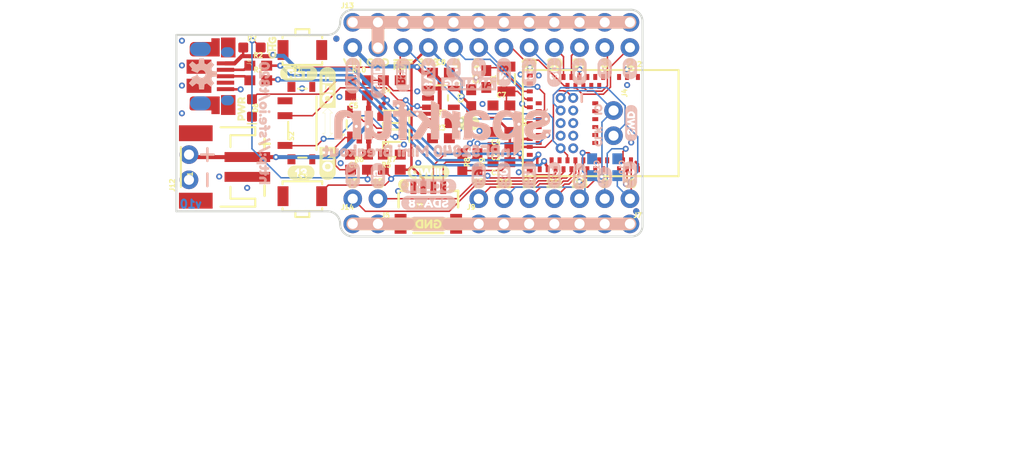
<source format=kicad_pcb>
(kicad_pcb (version 20211014) (generator pcbnew)
  (layers (0 "F.Cu" signal) (31 "B.Cu" signal) (34 "B.Paste" user) (35 "F.Paste" user) (36 "B.SilkS" user "B.Silkscreen") (37 "F.SilkS" user "F.Silkscreen") (38 "B.Mask" user) (39 "F.Mask" user) (44 "Edge.Cuts" user))
  (net 0 "")
  (net 1 "GND")
  (net 2 "D-_CON")
  (net 3 "D+_CON")
  (net 4 "V_USB")
  (net 5 "3.3V")
  (net 6 "N$10")
  (net 7 "SHIELD")
  (net 8 "D-")
  (net 9 "D+")
  (net 10 "SWDCLK")
  (net 11 "SWDIO")
  (net 12 "~{RESET}")
  (net 13 "XL1")
  (net 14 "XL2")
  (net 15 "N$7")
  (net 16 "P0.02/AIN0")
  (net 17 "P0.04/AIN2")
  (net 18 "P0.05/AIN3")
  (net 19 "P0.28/AIN4")
  (net 20 "P0.29/AIN5")
  (net 21 "P0.30/AIN6")
  (net 22 "P0.31/AIN7")
  (net 23 "P0.09/NFC1")
  (net 24 "P0.10/NFC2")
  (net 25 "P0.13")
  (net 26 "P0.15")
  (net 27 "P0.17")
  (net 28 "P0.19")
  (net 29 "P0.20")
  (net 30 "P0.21")
  (net 31 "P0.22")
  (net 32 "P0.23")
  (net 33 "P0.06")
  (net 34 "P0.08")
  (net 35 "P0.03/AIN1")
  (net 36 "V_BATT")
  (net 37 "N$1")
  (net 38 "N$3")
  (net 39 "N$4")
  (net 40 "VIN")
  (net 41 "P0.11")
  (net 42 "VREG_EN")
  (net 43 "P0.07")
  (footprint "boardEagle:130" (layer "F.Cu") (at 136.1567 110.0074)
    (fp_text reference "U$2" hide)
    (fp_text value "" hide)
  )
  (footprint "boardEagle:0603" (layer "F.Cu") (at 154.7241 102.489 90)
    (fp_text reference "C9")
    (fp_text value "1.0uF")
  )
  (footprint "boardEagle:3V316" (layer "F.Cu") (at 148.6535 98.8568)
    (fp_text reference "U$1" hide)
    (fp_text value "" hide)
  )
  (footprint "boardEagle:PWR27" (layer "F.Cu") (at 131.5593 105.4608 90)
    (fp_text reference "U$6" hide)
    (fp_text value "" hide)
  )
  (footprint "boardEagle:SOD-323" (layer "F.Cu") (at 146.7231 106.2736 180)
    (fp_text reference "D4")
    (fp_text value "1A/23V/620mV")
  )
  (footprint "boardEagle:ON1" (layer "F.Cu") (at 140.2461 110.8456 90)
    (fp_text reference "U$4" hide)
    (fp_text value "" hide)
  )
  (footprint "boardEagle:0603" (layer "F.Cu") (at 157.7721 105.8926 180)
    (fp_text reference "C4")
    (fp_text value "10uF")
  )
  (footprint "boardEagle:0603" (layer "F.Cu") (at 157.7721 103.2256)
    (fp_text reference "C7")
    (fp_text value "15pF")
  )
  (footprint "boardEagle:1X12_NO_SILK" (layer "F.Cu") (at 170.7261 97.3836 180)
    (fp_text reference "J2")
    (fp_text value "")
  )
  (footprint "boardEagle:51" (layer "F.Cu") (at 153.8605 98.9584)
    (fp_text reference "U$39" hide)
    (fp_text value "" hide)
  )
  (footprint "boardEagle:CHG26" (layer "F.Cu") (at 134.6835 99.2124 90)
    (fp_text reference "U$5" hide)
    (fp_text value "" hide)
  )
  (footprint "boardEagle:FIDUCIAL-MICRO" (layer "F.Cu") (at 141.1351 96.4946)
    (fp_text reference "FD1" hide)
    (fp_text value "FIDUCIALUFIDUCIAL" hide)
  )
  (footprint "boardEagle:VIN19" (layer "F.Cu") (at 141.1097 98.8568)
    (fp_text reference "U$27" hide)
    (fp_text value "" hide)
  )
  (footprint "boardEagle:LED-0603" (layer "F.Cu") (at 132.6261 103.4796 -90)
    (fp_text reference "D6")
    (fp_text value "RED")
  )
  (footprint "boardEagle:1X02_NO_SILK" (layer "F.Cu") (at 145.3261 112.6236 180)
    (fp_text reference "J5")
    (fp_text value "")
  )
  (footprint "boardEagle:LED-0603" (layer "F.Cu") (at 151.6761 105.0036)
    (fp_text reference "D1")
    (fp_text value "BLUE")
  )
  (footprint "boardEagle:SWITCH_SPST_SMD_A" (layer "F.Cu") (at 137.7061 105.0036 -90)
    (fp_text reference "S2")
    (fp_text value "")
  )
  (footprint "boardEagle:0603" (layer "F.Cu") (at 143.4211 102.2096 180)
    (fp_text reference "C5")
    (fp_text value "4.7uF")
  )
  (footprint "boardEagle:225" (layer "F.Cu") (at 161.4297 111.0488)
    (fp_text reference "U$44" hide)
    (fp_text value "" hide)
  )
  (footprint "boardEagle:0603" (layer "F.Cu") (at 146.7231 109.7026)
    (fp_text reference "R7")
    (fp_text value "10k")
  )
  (footprint "boardEagle:0603" (layer "F.Cu") (at 157.7721 108.9406 180)
    (fp_text reference "C1")
    (fp_text value "10uF")
  )
  (footprint "boardEagle:315" (layer "F.Cu") (at 164.0205 98.9584)
    (fp_text reference "U$34" hide)
    (fp_text value "" hide)
  )
  (footprint "boardEagle:108" (layer "F.Cu") (at 169.2021 111.0488)
    (fp_text reference "U$38" hide)
    (fp_text value "" hide)
  )
  (footprint "boardEagle:LED-0603" (layer "F.Cu") (at 132.6261 97.3836)
    (fp_text reference "D2")
    (fp_text value "Yellow")
  )
  (footprint "boardEagle:1X04_1MM_RA" (layer "F.Cu") (at 150.4061 111.4806)
    (fp_text reference "J3")
    (fp_text value "")
  )
  (footprint "boardEagle:RST19" (layer "F.Cu") (at 146.1643 99.2378)
    (fp_text reference "U$3" hide)
    (fp_text value "" hide)
  )
  (footprint "boardEagle:TACTILE_SWITCH_SMD_RIGHT_ANGLE" (layer "F.Cu") (at 137.7061 112.3696)
    (fp_text reference "S3")
    (fp_text value "BOOTLOAD")
  )
  (footprint "boardEagle:CREATIVE_COMMONS" (layer "F.Cu") (at 127.5461 138.0236)
    (fp_text reference "FRAME1" hide)
    (fp_text value "FRAME-LETTER" hide)
  )
  (footprint "boardEagle:1X07_NO_SILK" (layer "F.Cu") (at 170.7261 112.6236 180)
    (fp_text reference "J7")
    (fp_text value "")
  )
  (footprint "boardEagle:0603" (layer "F.Cu") (at 133.2611 99.2124)
    (fp_text reference "R2")
    (fp_text value "27")
  )
  (footprint "boardEagle:203" (layer "F.Cu") (at 156.3751 111.0488)
    (fp_text reference "U$47" hide)
    (fp_text value "" hide)
  )
  (footprint "boardEagle:1X12_NO_SILK" (layer "F.Cu") (at 142.7861 94.8436)
    (fp_text reference "J13")
    (fp_text value "")
  )
  (footprint "boardEagle:0603" (layer "F.Cu") (at 143.4211 109.7026)
    (fp_text reference "R6")
    (fp_text value "1k")
  )
  (footprint "boardEagle:170" (layer "F.Cu") (at 141.3002 111.0488)
    (fp_text reference "U$50" hide)
    (fp_text value "" hide)
  )
  (footprint "boardEagle:1X02_NO_SILK" (layer "F.Cu") (at 126.2761 110.7186 90)
    (fp_text reference "J12")
    (fp_text value "")
  )
  (footprint "boardEagle:70" (layer "F.Cu") (at 153.3271 105.0036)
    (fp_text reference "U$28" hide)
    (fp_text value "" hide)
  )
  (footprint "boardEagle:JST-2-SMD" (layer "F.Cu") (at 128.4605 109.4232 90)
    (fp_text reference "J1")
    (fp_text value "")
  )
  (footprint "boardEagle:1X02_NO_SILK" (layer "F.Cu") (at 169.0751 103.7336 -90)
    (fp_text reference "J4")
    (fp_text value "")
  )
  (footprint "boardEagle:214" (layer "F.Cu") (at 159.0421 111.0488)
    (fp_text reference "U$46" hide)
    (fp_text value "" hide)
  )
  (footprint "boardEagle:0603" (layer "F.Cu") (at 143.4211 100.6856)
    (fp_text reference "R10")
    (fp_text value "1k")
  )
  (footprint "boardEagle:293" (layer "F.Cu") (at 158.9405 98.9584)
    (fp_text reference "U$37" hide)
    (fp_text value "" hide)
  )
  (footprint "boardEagle:USB-MICROB-PTH-MILL" (layer "F.Cu") (at 129.9591 100.2792 -90)
    (fp_text reference "J6")
    (fp_text value "")
  )
  (footprint "boardEagle:27" (layer "F.Cu") (at 169.3291 98.9584)
    (fp_text reference "U$31" hide)
    (fp_text value "" hide)
  )
  (footprint "boardEagle:236" (layer "F.Cu") (at 163.9951 111.0488)
    (fp_text reference "U$42" hide)
    (fp_text value "" hide)
  )
  (footprint "boardEagle:SOD-323" (layer "F.Cu") (at 146.7231 104.3686 180)
    (fp_text reference "D3")
    (fp_text value "1A/23V/620mV")
  )
  (footprint "boardEagle:0603" (layer "F.Cu") (at 133.2611 100.6856)
    (fp_text reference "R1")
    (fp_text value "27")
  )
  (footprint "boardEagle:192" (layer "F.Cu") (at 154.0129 111.0488)
    (fp_text reference "U$48" hide)
    (fp_text value "" hide)
  )
  (footprint "boardEagle:0603" (layer "F.Cu") (at 146.7231 100.6856 180)
    (fp_text reference "R4")
    (fp_text value "10k")
  )
  (footprint "boardEagle:40" (layer "F.Cu") (at 151.8031 98.9584)
    (fp_text reference "U$40" hide)
    (fp_text value "" hide)
  )
  (footprint "boardEagle:0603" (layer "F.Cu") (at 151.6761 106.5276)
    (fp_text reference "R3")
    (fp_text value "1k")
  )
  (footprint "boardEagle:MDBT50Q" (layer "F.Cu") (at 167.8813 105.0036 -90)
    (fp_text reference "U1")
    (fp_text value "MDBT50Q")
  )
  (footprint "boardEagle:GND17" (layer "F.Cu") (at 143.4973 98.8568)
    (fp_text reference "U$7" hide)
    (fp_text value "" hide)
  )
  (footprint "boardEagle:OFF2" (layer "F.Cu") (at 140.2461 103.9876 90)
    (fp_text reference "U$58" hide)
    (fp_text value "" hide)
  )
  (footprint "boardEagle:97" (layer "F.Cu") (at 166.9923 111.0488)
    (fp_text reference "U$41" hide)
    (fp_text value "" hide)
  )
  (footprint "boardEagle:CRYSTAL-SMD-3.2X1.5MM" (layer "F.Cu") (at 158.2801 100.5586 90)
    (fp_text reference "Y1")
    (fp_text value "32.768kHz")
  )
  (footprint "boardEagle:1X07_NO_SILK" (layer "F.Cu") (at 155.4861 115.1636)
    (fp_text reference "J9")
    (fp_text value "")
  )
  (footprint "boardEagle:0603" (layer "F.Cu") (at 156.2481 100.5586 90)
    (fp_text reference "C3")
    (fp_text value "15pF")
  )
  (footprint "boardEagle:QWIIC#LOGO#JPG" (layer "F.Cu") (at 150.4031 109.9336)
    (fp_text reference "U$8" hide)
    (fp_text value "" hide)
  )
  (footprint "boardEagle:0603" (layer "F.Cu") (at 146.7231 108.1786 180)
    (fp_text reference "R5")
    (fp_text value "2.0k")
  )
  (footprint "boardEagle:0603" (layer "F.Cu") (at 155.3591 108.9406 -90)
    (fp_text reference "R9")
    (fp_text value "2.2k")
  )
  (footprint "boardEagle:0603" (layer "F.Cu") (at 151.6761 99.9236)
    (fp_text reference "C8")
    (fp_text value "1.0uF")
  )
  (footprint "boardEagle:0603" (layer "F.Cu") (at 153.8351 108.9406 -90)
    (fp_text reference "R8")
    (fp_text value "2.2k")
  )
  (footprint "boardEagle:SOT23-5" (layer "F.Cu") (at 143.4465 105.156)
    (fp_text reference "U2")
    (fp_text value "MCP73831")
  )
  (footprint "boardEagle:FIDUCIAL-MICRO" (layer "F.Cu") (at 171.3611 113.8936)
    (fp_text reference "FD2" hide)
    (fp_text value "FIDUCIALUFIDUCIAL" hide)
  )
  (footprint "boardEagle:151" (layer "F.Cu") (at 143.7005 111.0488)
    (fp_text reference "U$49" hide)
    (fp_text value "" hide)
  )
  (footprint "boardEagle:0603" (layer "F.Cu") (at 157.7721 107.4166 180)
    (fp_text reference "C2")
    (fp_text value "0.1uF")
  )
  (footprint "boardEagle:SOT23-5" (layer "F.Cu") (at 151.6761 102.4636 -90)
    (fp_text reference "U3")
    (fp_text value "3.3V")
  )
  (footprint "boardEagle:1X02_NO_SILK" (layer "F.Cu") (at 142.7861 115.1636)
    (fp_text reference "J14")
    (fp_text value "")
  )
  (footprint "boardEagle:RST1" (layer "F.Cu") (at 135.3693 99.9998)
    (fp_text reference "U$51" hide)
    (fp_text value "" hide)
  )
  (footprint "boardEagle:TACTILE_SWITCH_SMD_RIGHT_ANGLE" (layer "F.Cu") (at 137.7061 97.6376 180)
    (fp_text reference "S1")
    (fp_text value "RESET")
  )
  (footprint "boardEagle:36" (layer "F.Cu") (at 166.7891 98.9584)
    (fp_text reference "U$32" hide)
    (fp_text value "" hide)
  )
  (footprint "boardEagle:0603" (layer "F.Cu") (at 143.4211 108.1786 180)
    (fp_text reference "C6")
    (fp_text value "4.7uF")
  )
  (footprint "boardEagle:301" (layer "F.Cu") (at 161.4551 98.9584)
    (fp_text reference "U$36" hide)
    (fp_text value "" hide)
  )
  (footprint "boardEagle:1713" (layer "B.Cu") (at 142.7861 111.633 90)
    (fp_text reference "U$25" hide)
    (fp_text value "" hide)
  )
  (footprint "boardEagle:221" (layer "B.Cu") (at 163.1061 111.8108 90)
    (fp_text reference "U$45" hide)
    (fp_text value "" hide)
  )
  (footprint "boardEagle:SWD0" (layer "B.Cu") (at 170.8531 106.9086 90)
    (fp_text reference "U$33" hide)
    (fp_text value "" hide)
  )
  (footprint "boardEagle:OSHW-LOGO-S" (layer "B.Cu") (at 127.5461 100.0506 90)
    (fp_text reference "LOGO2" hide)
    (fp_text value "OSHW-LOGOS" hide)
  )
  (footprint "boardEagle:300" (layer "B.Cu") (at 163.1061 101.4476 90)
    (fp_text reference "U$35" hide)
    (fp_text value "" hide)
  )
  (footprint "boardEagle:NRF52840_MINI_BREAKOUT0" (layer "B.Cu") (at 159.6517 107.7976 180)
    (fp_text reference "U$29" hide)
    (fp_text value "" hide)
  )
  (footprint "boardEagle:521" (layer "B.Cu") (at 155.4861 100.6094 90)
    (fp_text reference "U$15" hide)
    (fp_text value "" hide)
  )
  (footprint "boardEagle:2X5-PTH-1.27MM" (layer "B.Cu") (at 164.3761 105.0036 -90)
    (fp_text reference "J8")
    (fp_text value "CORTEX_DEBUG_PTH")
  )
  (footprint "boardEagle:0603" (layer "B.Cu") (at 169.4561 109.4486 90)
    (fp_text reference "C10")
    (fp_text value "DNP")
  )
  (footprint "boardEagle:20" (layer "B.Cu") (at 170.7261 100.6856 90)
    (fp_text reference "U$9" hide)
    (fp_text value "" hide)
  )
  (footprint "boardEagle:292" (layer "B.Cu") (at 160.5661 101.4222 90)
    (fp_text reference "U$11" hide)
    (fp_text value "" hide)
  )
  (footprint "boardEagle:GND6" (layer "B.Cu") (at 152.5397 115.1636 180)
    (fp_text reference "U$30" hide)
    (fp_text value "" hide)
  )
  (footprint "boardEagle:#RST6" (layer "B.Cu") (at 147.8661 102.0572 90)
    (fp_text reference "U$18" hide)
    (fp_text value "" hide)
  )
  (footprint "boardEagle:CLK1" (layer "B.Cu") (at 167.5511 108.0516 90)
    (fp_text reference "U$57" hide)
    (fp_text value "" hide)
  )
  (footprint "boardEagle:421" (layer "B.Cu") (at 152.9461 100.6856 90)
    (fp_text reference "U$16" hide)
    (fp_text value "" hide)
  )
  (footprint "boardEagle:916" (layer "B.Cu") (at 168.1861 111.633 90)
    (fp_text reference "U$22" hide)
    (fp_text value "" hide)
  )
  (footprint "boardEagle:313" (layer "B.Cu") (at 165.6461 101.219 90)
    (fp_text reference "U$12" hide)
    (fp_text value "" hide)
  )
  (footprint "boardEagle:232" (layer "B.Cu") (at 165.6461 111.8108 90)
    (fp_text reference "U$53" hide)
    (fp_text value "" hide)
  )
  (footprint "boardEagle:SCL#114" (layer "B.Cu") (at 153.3271 111.3536 180)
    (fp_text reference "U$54" hide)
    (fp_text value "" hide)
  )
  (footprint "boardEagle:1022" (layer "B.Cu") (at 170.7261 111.633 90)
    (fp_text reference "U$21" hide)
    (fp_text value "" hide)
  )
  (footprint "boardEagle:SDA#83" (layer "B.Cu") (at 153.2509 113.0554 180)
    (fp_text reference "U$55" hide)
    (fp_text value "" hide)
  )
  (footprint "boardEagle:31" (layer "B.Cu") (at 168.1861 100.6856 90)
    (fp_text reference "U$10" hide)
    (fp_text value "" hide)
  )
  (footprint "boardEagle:2111" (layer "B.Cu") (at 160.5661 111.8108 90)
    (fp_text reference "U$23" hide)
    (fp_text value "" hide)
  )
  (footprint "boardEagle:HTTP###SFE#IO#T8200" (layer "B.Cu") (at 133.8961 112.1156 90)
    (fp_text reference "U$17" hide)
    (fp_text value "" hide)
  )
  (footprint "boardEagle:SFE_LOGO_NAME_.2" (layer "B.Cu") (at 162.7251 108.3056 180)
    (fp_text reference "LOGO1" hide)
    (fp_text value "SFE_LOGO_NAME.2_INCH" hide)
  )
  (footprint "boardEagle:1522" (layer "B.Cu") (at 145.3261 111.6838 90)
    (fp_text reference "U$26" hide)
    (fp_text value "" hide)
  )
  (footprint "boardEagle:GND7" (layer "B.Cu") (at 145.3261 102.743 90)
    (fp_text reference "U$19" hide)
    (fp_text value "" hide)
  )
  (footprint "boardEagle:3V30" (layer "B.Cu") (at 150.4061 102.4382 90)
    (fp_text reference "U$13" hide)
    (fp_text value "" hide)
  )
  (footprint "boardEagle:0603" (layer "B.Cu") (at 166.9161 109.4486 90)
    (fp_text reference "C11")
    (fp_text value "DNP")
  )
  (footprint "boardEagle:ANALOG2" (layer "B.Cu") (at 157.6959 101.0412 180)
    (fp_text reference "U$52" hide)
    (fp_text value "" hide)
  )
  (footprint "boardEagle:FIDUCIAL-MICRO" (layer "B.Cu") (at 171.3611 113.8936 180)
    (fp_text reference "FD3" hide)
    (fp_text value "FIDUCIALUFIDUCIAL" hide)
  )
  (footprint "boardEagle:285" (layer "B.Cu") (at 158.0261 101.4222 90)
    (fp_text reference "U$14" hide)
    (fp_text value "" hide)
  )
  (footprint "boardEagle:FIDUCIAL-MICRO" (layer "B.Cu") (at 141.1351 96.4946 180)
    (fp_text reference "FD4" hide)
    (fp_text value "FIDUCIALUFIDUCIAL" hide)
  )
  (footprint "boardEagle:200" (layer "B.Cu") (at 158.0261 111.6838 90)
    (fp_text reference "U$43" hide)
    (fp_text value "" hide)
  )
  (footprint "boardEagle:1912" (layer "B.Cu") (at 155.4861 111.633 90)
    (fp_text reference "U$24" hide)
    (fp_text value "" hide)
  )
  (footprint "boardEagle:IO2" (layer "B.Cu") (at 167.5511 104.8766 90)
    (fp_text reference "U$56" hide)
    (fp_text value "" hide)
  )
  (footprint "boardEagle:VIN8" (layer "B.Cu") (at 142.7861 102.1334 90)
    (fp_text reference "U$20" hide)
    (fp_text value "" hide)
  )
  (gr_line (start 127.4953 108.1786) (end 128.7653 108.1786) (layer "B.SilkS") (width 0.254))
  (gr_line (start 152.4381 115.1636) (end 170.7261 115.1636) (layer "B.SilkS") (width 1.27))
  (gr_line (start 128.1303 107.5436) (end 128.1303 108.8136) (layer "B.SilkS") (width 0.254))
  (gr_line (start 145.3261 97.3836) (end 145.3261 94.8436) (layer "B.SilkS") (width 1.27))
  (gr_line (start 142.7861 94.8436) (end 145.3261 94.8436) (layer "B.SilkS") (width 1.27))
  (gr_line (start 142.7861 115.1636) (end 148.3741 115.1636) (layer "B.SilkS") (width 1.27))
  (gr_line (start 145.3261 94.8436) (end 170.7261 94.8436) (layer "B.SilkS") (width 1.27))
  (gr_line (start 128.1303 110.0836) (end 128.1303 111.3536) (layer "B.SilkS") (width 0.254))
  (gr_line (start 133.8961 111.3028) (end 133.8961 112.3188) (layer "F.SilkS") (width 0.254))
  (gr_line (start 145.3261 94.8436) (end 170.7261 94.8436) (layer "F.SilkS") (width 1.27))
  (gr_line (start 140.2461 106.5276) (end 139.7381 106.0196) (layer "F.SilkS") (width 0.0254))
  (gr_line (start 140.5001 106.0196) (end 140.7541 106.0196) (layer "F.SilkS") (width 0.0254))
  (gr_line (start 139.7381 103.9876) (end 140.2461 103.4796) (layer "F.SilkS") (width 0.0254))
  (gr_line (start 133.8961 106.5784) (end 133.8961 107.5944) (layer "F.SilkS") (width 0.254))
  (gr_line (start 140.5001 103.9876) (end 140.5001 106.0196) (layer "F.SilkS") (width 0.0254))
  (gr_line (start 139.9921 106.0196) (end 139.9921 103.9876) (layer "F.SilkS") (width 0.0254))
  (gr_line (start 134.4041 107.0864) (end 133.3881 107.0864) (layer "F.SilkS") (width 0.254))
  (gr_line (start 140.7541 106.0196) (end 140.2461 106.5276) (layer "F.SilkS") (width 0.0254))
  (gr_line (start 139.9921 103.9876) (end 139.7381 103.9876) (layer "F.SilkS") (width 0.0254))
  (gr_line (start 142.7861 94.8436) (end 145.3261 94.8436) (layer "F.SilkS") (width 1.27))
  (gr_line (start 140.7541 103.9876) (end 140.5001 103.9876) (layer "F.SilkS") (width 0.0254))
  (gr_line (start 142.7861 115.1636) (end 170.7261 115.1636) (layer "F.SilkS") (width 1.27))
  (gr_line (start 139.7381 106.0196) (end 139.9921 106.0196) (layer "F.SilkS") (width 0.0254))
  (gr_line (start 140.2461 103.4796) (end 140.7541 103.9876) (layer "F.SilkS") (width 0.0254))
  (gr_line (start 146.9771 98.6536) (end 148.7551 98.6536) (layer "F.SilkS") (width 0.2032))
  (gr_line (start 145.3261 97.3836) (end 145.3261 94.8436) (layer "F.SilkS") (width 1.27))
  (gr_line (start 125.0061 113.8936) (end 140.2461 113.8936) (layer "Edge.Cuts") (width 0.2032))
  (gr_line (start 140.2461 96.1136) (end 125.0061 96.1136) (layer "Edge.Cuts") (width 0.2032))
  (gr_arc (start 142.7861 116.4336) (mid 141.888074 116.061626) (end 141.5161 115.1636) (layer "Edge.Cuts") (width 0.2032))
  (gr_arc (start 170.832491 93.5736) (mid 171.655286 93.914412) (end 171.9961 94.737207) (layer "Edge.Cuts") (width 0.2032))
  (gr_arc (start 171.996099 115.358679) (mid 171.681262 116.118763) (end 170.921178 116.4336) (layer "Edge.Cuts") (width 0.2032))
  (gr_arc (start 140.2461 113.8936) (mid 141.144126 114.265574) (end 141.5161 115.1636) (layer "Edge.Cuts") (width 0.2032))
  (gr_line (start 142.7861 116.4336) (end 170.921178 116.4336) (layer "Edge.Cuts") (width 0.2032))
  (gr_line (start 125.0061 96.1136) (end 125.0061 113.8936) (layer "Edge.Cuts") (width 0.2032))
  (gr_line (start 170.832493 93.5736) (end 142.7861 93.5736) (layer "Edge.Cuts") (width 0.2032))
  (gr_arc (start 141.5161 94.8436) (mid 141.144126 95.741626) (end 140.2461 96.1136) (layer "Edge.Cuts") (width 0.2032))
  (gr_line (start 171.9961 115.358679) (end 171.9961 94.737207) (layer "Edge.Cuts") (width 0.2032))
  (gr_arc (start 141.5161 94.8436) (mid 141.888074 93.945574) (end 142.7861 93.5736) (layer "Edge.Cuts") (width 0.2032))
  (gr_text "v10" (at 127.6731 113.6396) (layer "B.Cu") (effects (font (size 0.8128 0.8128) (thickness 0.2032)) (justify left bottom mirror)))
  (segment (start 131.4831 101.6) (end 129.9799 101.6) (width 0.254) (layer "F.Cu") (net 1))
  (segment (start 171.5313 109.1362) (end 171.3107 108.9156) (width 0.254) (layer "F.Cu") (net 1))
  (segment (start 129.9799 101.6) (end 129.9591 101.5792) (width 0.254) (layer "F.Cu") (net 1))
  (segment (start 171.5313 109.6536) (end 171.5313 109.1362) (width 0.254) (layer "F.Cu") (net 1))
  (via (at 170.4467 101.1682) (size 0.6096) (drill 0.3048) (layers "F.Cu" "B.Cu") (net 1))
  (via (at 147.3581 103.2764) (size 0.6096) (drill 0.3048) (layers "F.Cu" "B.Cu") (net 1))
  (via (at 159.5247 109.9566) (size 0.6096) (drill 0.3048) (layers "F.Cu" "B.Cu") (net 1))
  (via (at 170.8531 106.9594) (size 0.6096) (drill 0.3048) (layers "F.Cu" "B.Cu") (net 1))
  (via (at 155.2321 100.4062) (size 0.6096) (drill 0.3048) (layers "F.Cu" "B.Cu") (net 1))
  (via (at 161.5313 100.203) (size 0.6096) (drill 0.3048) (layers "F.Cu" "B.Cu") (net 1))
  (via (at 141.5669 109.0422) (size 0.6096) (drill 0.3048) (layers "F.Cu" "B.Cu") (net 1))
  (via (at 132.1435 111.5314) (size 0.6096) (drill 0.3048) (layers "F.Cu" "B.Cu") (net 1))
  (via (at 137.6807 101.4984) (size 0.6096) (drill 0.3048) (layers "F.Cu" "B.Cu") (net 1))
  (via (at 149.2885 101.8032) (size 0.6096) (drill 0.3048) (layers "F.Cu" "B.Cu") (net 1))
  (via (at 129.3241 110.3884) (size 0.6096) (drill 0.3048) (layers "F.Cu" "B.Cu") (net 1))
  (via (at 155.5623 105.791) (size 0.6096) (drill 0.3048) (layers "F.Cu" "B.Cu") (net 1))
  (via (at 155.8671 103.0732) (size 0.6096) (drill 0.3048) (layers "F.Cu" "B.Cu") (net 1))
  (via (at 143.1417 105.3338) (size 0.6096) (drill 0.3048) (layers "F.Cu" "B.Cu") (net 1))
  (via (at 160.6423 99.3902) (size 0.6096) (drill 0.3048) (layers "F.Cu" "B.Cu") (net 1))
  (via (at 149.3901 109.0168) (size 0.6096) (drill 0.3048) (layers "F.Cu" "B.Cu") (net 1))
  (via (at 153.7081 104.7496) (size 0.6096) (drill 0.3048) (layers "F.Cu" "B.Cu") (net 1))
  (via (at 141.4399 102.362) (size 0.6096) (drill 0.3048) (layers "F.Cu" "B.Cu") (net 1))
  (via (at 170.4213 99.568) (size 0.6096) (drill 0.3048) (layers "F.Cu" "B.Cu") (net 1))
  (via (at 147.9423 107.1626) (size 0.6096) (drill 0.3048) (layers "F.Cu" "B.Cu") (net 1))
  (via (at 159.7025 100.1014) (size 0.6096) (drill 0.3048) (layers "F.Cu" "B.Cu") (net 1))
  (via (at 147.3581 111.8616) (size 0.6096) (drill 0.3048) (layers "F.Cu" "B.Cu") (net 1))
  (via (at 131.4831 101.6) (size 0.6096) (drill 0.3048) (layers "F.Cu" "B.Cu") (net 1))
  (segment (start 132.2333 99.2124) (end 132.4111 99.2124) (width 0.254) (layer "F.Cu") (net 2))
  (segment (start 129.9591 99.6292) (end 131.8165 99.6292) (width 0.254) (layer "F.Cu") (net 2))
  (segment (start 131.8165 99.6292) (end 132.2333 99.2124) (width 0.254) (layer "F.Cu") (net 2))
  (segment (start 132.2841 100.6856) (end 132.4111 100.6856) (width 0.254) (layer "F.Cu") (net 3))
  (segment (start 131.8777 100.2792) (end 132.2841 100.6856) (width 0.254) (layer "F.Cu") (net 3))
  (segment (start 129.9591 100.2792) (end 131.8777 100.2792) (width 0.254) (layer "F.Cu") (net 3))
  (segment (start 131.7799 98.2552) (end 134.6219 98.2552) (width 0.4064) (layer "F.Cu") (net 4))
  (segment (start 134.6219 98.2552) (end 134.7489 98.1282) (width 0.4064) (layer "F.Cu") (net 4))
  (segment (start 131.7491 97.3836) (end 131.7371 97.3956) (width 0.254) (layer "F.Cu") (net 4))
  (segment (start 130.8781 98.9792) (end 131.6021 98.2552) (width 0.4064) (layer "F.Cu") (net 4))
  (segment (start 144.3965 102.335) (end 144.2711 102.2096) (width 0.254) (layer "F.Cu") (net 4))
  (segment (start 145.5731 103.3596) (end 145.5731 104.3686) (width 0.4064) (layer "F.Cu") (net 4))
  (segment (start 131.6529 98.2552) (end 131.7371 98.2552) (width 0.4064) (layer "F.Cu") (net 4))
  (segment (start 131.6529 98.2552) (end 131.7799 98.2552) (width 0.1524) (layer "F.Cu") (net 4))
  (segment (start 131.6021 98.2552) (end 131.6529 98.2552) (width 0.4064) (layer "F.Cu") (net 4))
  (segment (start 131.7371 97.3956) (end 131.7371 98.2552) (width 0.254) (layer "F.Cu") (net 4))
  (segment (start 129.9591 98.9792) (end 130.8781 98.9792) (width 0.4064) (layer "F.Cu") (net 4))
  (segment (start 144.2711 102.2096) (end 145.7579 102.2096) (width 0.4064) (layer "F.Cu") (net 4))
  (segment (start 145.7579 102.2096) (end 146.2405 102.6922) (width 0.4064) (layer "F.Cu") (net 4))
  (segment (start 159.6293 108.0516) (end 159.6293 108.588) (width 0.254) (layer "F.Cu") (net 4))
  (segment (start 144.3965 103.8559) (end 144.3965 102.335) (width 0.4064) (layer "F.Cu") (net 4))
  (segment (start 160.0449 109.0036) (end 160.6313 109.0036) (width 0.254) (layer "F.Cu") (net 4))
  (segment (start 146.2405 102.6922) (end 145.5731 103.3596) (width 0.4064) (layer "F.Cu") (net 4))
  (segment (start 159.6293 108.588) (end 160.0449 109.0036) (width 0.254) (layer "F.Cu") (net 4))
  (via (at 159.6293 108.0516) (size 0.6096) (drill 0.3048) (layers "F.Cu" "B.Cu") (net 4))
  (via (at 146.2405 102.6922) (size 0.6096) (drill 0.3048) (layers "F.Cu" "B.Cu") (net 4))
  (via (at 134.7489 98.1282) (size 0.6096) (drill 0.3048) (layers "F.Cu" "B.Cu") (net 4))
  (segment (start 134.8425 98.2218) (end 134.7489 98.1282) (width 0.4064) (layer "B.Cu") (net 4))
  (segment (start 146.043775 102.6922) (end 142.944975 99.5934) (width 0.4064) (layer "B.Cu") (net 4))
  (segment (start 137.186087 99.5934) (end 135.814487 98.2218) (width 0.4064) (layer "B.Cu") (net 4))
  (segment (start 151.349825 108.1024) (end 146.2405 102.993075) (width 0.254) (layer "B.Cu") (net 4))
  (segment (start 146.2405 102.993075) (end 146.2405 102.6922) (width 0.254) (layer "B.Cu") (net 4))
  (segment (start 159.6293 108.0516) (end 159.5785 108.1024) (width 0.254) (layer "B.Cu") (net 4))
  (segment (start 159.5785 108.1024) (end 151.349825 108.1024) (width 0.254) (layer "B.Cu") (net 4))
  (segment (start 142.944975 99.5934) (end 137.186087 99.5934) (width 0.4064) (layer "B.Cu") (net 4))
  (segment (start 146.2405 102.6922) (end 146.043775 102.6922) (width 0.4064) (layer "B.Cu") (net 4))
  (segment (start 135.814487 98.2218) (end 134.8425 98.2218) (width 0.4064) (layer "B.Cu") (net 4))
  (segment (start 153.8351 109.7906) (end 155.3591 109.7906) (width 0.1524) (layer "F.Cu") (net 5))
  (segment (start 158.6221 105.8926) (end 158.6221 107.4166) (width 0.254) (layer "F.Cu") (net 5))
  (segment (start 160.6313 107.4036) (end 159.6009 107.4036) (width 0.254) (layer "F.Cu") (net 5))
  (segment (start 164.3297 101.7822) (end 164.0901 101.7822) (width 0.1524) (layer "F.Cu") (net 5))
  (segment (start 157.2641 104.4956) (end 158.6221 105.8536) (width 0.254) (layer "F.Cu") (net 5))
  (segment (start 165.0111 102.4636) (end 164.3297 101.7822) (width 0.1524) (layer "F.Cu") (net 5))
  (segment (start 145.8731 100.7364) (end 145.8731 100.6856) (width 0.1524) (layer "F.Cu") (net 5))
  (segment (start 159.9821 106.6036) (end 159.6009 106.9848) (width 0.254) (layer "F.Cu") (net 5))
  (segment (start 153.7589 101.9556) (end 153.7589 102.3112) (width 0.254) (layer "F.Cu") (net 5))
  (segment (start 164.0429 101.735) (end 163.4393 101.735) (width 0.1524) (layer "F.Cu") (net 5))
  (segment (start 148.7043 109.3978) (end 149.9061 110.5996) (width 0.254) (layer "F.Cu") (net 5))
  (segment (start 155.3709 109.7788) (end 155.3591 109.7906) (width 0.1524) (layer "F.Cu") (net 5))
  (segment (start 152.9762 101.5136) (end 153.3169 101.5136) (width 0.254) (layer "F.Cu") (net 5))
  (segment (start 153.3169 101.5136) (end 153.7589 101.9556) (width 0.254) (layer "F.Cu") (net 5))
  (segment (start 148.7043 99.0854) (end 150.4061 97.3836) (width 0.254) (layer "F.Cu") (net 5))
  (segment (start 145.8731 100.6856) (end 144.2711 100.6856) (width 0.1524) (layer "F.Cu") (net 5))
  (segment (start 154.7241 103.2764) (end 154.7241 103.339) (width 0.254) (layer "F.Cu") (net 5))
  (segment (start 147.5731 109.7026) (end 148.3995 109.7026) (width 0.254) (layer "F.Cu") (net 5))
  (segment (start 163.0125 102.1618) (end 163.0125 106.599688) (width 0.1524) (layer "F.Cu") (net 5))
  (segment (start 146.8637 101.727) (end 145.8731 100.7364) (width 0.1524) (layer "F.Cu") (net 5))
  (segment (start 159.6009 107.4036) (end 158.6351 107.4036) (width 0.254) (layer "F.Cu") (net 5))
  (segment (start 162.179987 107.4322) (end 160.6599 107.4322) (width 0.1524) (layer "F.Cu") (net 5))
  (segment (start 154.7241 103.339) (end 155.8807 104.4956) (width 0.254) (layer "F.Cu") (net 5))
  (segment (start 164.0901 101.7822) (end 164.0429 101.735) (width 0.1524) (layer "F.Cu") (net 5))
  (segment (start 160.6313 106.6036) (end 159.9821 106.6036) (width 0.254) (layer "F.Cu") (net 5))
  (segment (start 148.7043 99.0854) (end 148.7043 101.727) (width 0.254) (layer "F.Cu") (net 5))
  (segment (start 148.7043 101.727) (end 146.8637 101.727) (width 0.1524) (layer "F.Cu") (net 5))
  (segment (start 155.8807 104.4956) (end 157.2641 104.4956) (width 0.254) (layer "F.Cu") (net 5))
  (segment (start 158.6221 105.8536) (end 158.6221 105.8926) (width 0.254) (layer "F.Cu") (net 5))
  (segment (start 163.4393 101.735) (end 163.0125 102.1618) (width 0.1524) (layer "F.Cu") (net 5))
  (segment (start 158.6351 107.4036) (end 158.6221 107.4166) (width 0.254) (layer "F.Cu") (net 5))
  (segment (start 153.7589 102.3112) (end 154.7241 103.2764) (width 0.254) (layer "F.Cu") (net 5))
  (segment (start 148.3995 109.7026) (end 148.7043 109.3978) (width 0.254) (layer "F.Cu") (net 5))
  (segment (start 163.0125 106.599688) (end 162.179987 107.4322) (width 0.1524) (layer "F.Cu") (net 5))
  (segment (start 148.7043 101.727) (end 148.7043 109.3978) (width 0.254) (layer "F.Cu") (net 5))
  (segment (start 157.7839 109.7788) (end 155.3709 109.7788) (width 0.1524) (layer "F.Cu") (net 5))
  (segment (start 158.6221 108.9406) (end 158.6221 107.4166) (width 0.254) (layer "F.Cu") (net 5))
  (segment (start 160.6599 107.4322) (end 160.6313 107.4036) (width 0.1524) (layer "F.Cu") (net 5))
  (segment (start 149.9061 110.5996) (end 149.9061 111.4806) (width 0.254) (layer "F.Cu") (net 5))
  (segment (start 159.6009 106.9848) (end 159.6009 107.4036) (width 0.254) (layer "F.Cu") (net 5))
  (segment (start 158.6221 108.9406) (end 157.7839 109.7788) (width 0.1524) (layer "F.Cu") (net 5))
  (via (at 153.7589 102.3112) (size 0.6096) (drill 0.3048) (layers "F.Cu" "B.Cu") (net 5))
  (segment (start 153.7589 100.7364) (end 153.7589 102.3112) (width 0.254) (layer "B.Cu") (net 5))
  (segment (start 150.4061 97.3836) (end 153.7589 100.7364) (width 0.254) (layer "B.Cu") (net 5))
  (segment (start 132.6261 102.6026) (end 133.1465 102.0822) (width 0.1524) (layer "F.Cu") (net 6))
  (segment (start 139.786587 102.0822) (end 141.183187 100.6856) (width 0.1524) (layer "F.Cu") (net 6))
  (segment (start 133.1465 102.0822) (end 139.786587 102.0822) (width 0.1524) (layer "F.Cu") (net 6))
  (segment (start 141.183187 100.6856) (end 142.5711 100.6856) (width 0.1524) (layer "F.Cu") (net 6))
  (via (at 125.5649 96.6978) (size 0.6096) (drill 0.3048) (layers "F.Cu" "B.Cu") (net 7))
  (via (at 125.5649 104.013) (size 0.6096) (drill 0.3048) (layers "F.Cu" "B.Cu") (net 7))
  (via (at 125.5649 101.219) (size 0.6096) (drill 0.3048) (layers "F.Cu" "B.Cu") (net 7))
  (via (at 125.5649 99.187) (size 0.6096) (drill 0.3048) (layers "F.Cu" "B.Cu") (net 7))
  (segment (start 161.6313 109.367669) (end 161.3867 109.123069) (width 0.254) (layer "F.Cu") (net 8))
  (segment (start 161.3867 109.123069) (end 161.3867 108.554932) (width 0.254) (layer "F.Cu") (net 8))
  (segment (start 161.502868 108.1786) (end 161.5059 108.181632) (width 0.254) (layer "F.Cu") (net 8))
  (segment (start 161.5059 108.435732) (end 161.3867 108.554932) (width 0.254) (layer "F.Cu") (net 8))
  (segment (start 134.1111 99.2124) (end 135.4709 99.2124) (width 0.254) (layer "F.Cu") (net 8))
  (segment (start 161.6313 109.6536) (end 161.6313 109.367669) (width 0.254) (layer "F.Cu") (net 8))
  (segment (start 161.5059 108.181632) (end 161.5059 108.435732) (width 0.254) (layer "F.Cu") (net 8))
  (via (at 135.4709 99.2124) (size 0.6096) (drill 0.3048) (layers "F.Cu" "B.Cu") (net 8))
  (via (at 161.502868 108.1786) (size 0.6096) (drill 0.3048) (layers "F.Cu" "B.Cu") (net 8))
  (segment (start 136.4361 100.1776) (end 142.700437 100.1776) (width 0.254) (layer "B.Cu") (net 8))
  (segment (start 160.944068 108.7374) (end 161.502868 108.1786) (width 0.254) (layer "B.Cu") (net 8))
  (segment (start 151.260237 108.7374) (end 142.700437 100.1776) (width 0.254) (layer "B.Cu") (net 8))
  (segment (start 151.260237 108.7374) (end 160.944068 108.7374) (width 0.254) (layer "B.Cu") (net 8))
  (segment (start 135.4709 99.2124) (end 136.4361 100.1776) (width 0.254) (layer "B.Cu") (net 8))
  (segment (start 162.2503 109.0168) (end 162.0725 108.839) (width 0.254) (layer "F.Cu") (net 9))
  (segment (start 134.1111 100.6856) (end 134.1873 100.6094) (width 0.254) (layer "F.Cu") (net 9))
  (segment (start 162.4313 109.392413) (end 162.2503 109.211413) (width 0.254) (layer "F.Cu") (net 9))
  (segment (start 134.1873 100.6094) (end 135.2423 100.6094) (width 0.254) (layer "F.Cu") (net 9))
  (segment (start 162.2503 109.211413) (end 162.2503 109.0168) (width 0.254) (layer "F.Cu") (net 9))
  (segment (start 162.4313 109.6536) (end 162.4313 109.392413) (width 0.254) (layer "F.Cu") (net 9))
  (via (at 135.2423 100.6094) (size 0.6096) (drill 0.3048) (layers "F.Cu" "B.Cu") (net 9))
  (via (at 162.0725 108.839) (size 0.6096) (drill 0.3048) (layers "F.Cu" "B.Cu") (net 9))
  (segment (start 161.6661 109.2454) (end 151.0411 109.2454) (width 0.254) (layer "B.Cu") (net 9))
  (segment (start 151.0411 109.2454) (end 142.4813 100.6856) (width 0.254) (layer "B.Cu") (net 9))
  (segment (start 161.6661 109.2454) (end 162.0725 108.839) (width 0.254) (layer "B.Cu") (net 9))
  (segment (start 142.4813 100.6856) (end 135.302562 100.6856) (width 0.254) (layer "B.Cu") (net 9))
  (segment (start 135.2423 100.625338) (end 135.2423 100.6094) (width 0.254) (layer "B.Cu") (net 9))
  (segment (start 135.302562 100.6856) (end 135.2423 100.625338) (width 0.254) (layer "B.Cu") (net 9))
  (segment (start 170.4313 111.019982) (end 170.3265 111.124782) (width 0.1524) (layer "F.Cu") (net 10))
  (segment (start 170.4313 109.6536) (end 170.4313 111.019982) (width 0.1524) (layer "F.Cu") (net 10))
  (via (at 170.3265 111.124782) (size 0.6096) (drill 0.3048) (layers "F.Cu" "B.Cu") (net 10))
  (segment (start 171.5135 109.937782) (end 171.5135 106.3752) (width 0.1524) (layer "B.Cu") (net 10))
  (segment (start 170.2435 105.1052) (end 169.0751 106.2736) (width 0.1524) (layer "B.Cu") (net 10))
  (segment (start 163.7411 103.7336) (end 163.0125 103.005) (width 0.1524) (layer "B.Cu") (net 10))
  (segment (start 163.0125 103.005) (end 163.0125 102.1618) (width 0.1524) (layer "B.Cu") (net 10))
  (segment (start 163.7441 101.4302) (end 168.424068 101.4302) (width 0.1524) (layer "B.Cu") (net 10))
  (segment (start 171.5135 106.3752) (end 170.2435 105.1052) (width 0.1524) (layer "B.Cu") (net 10))
  (segment (start 168.424068 101.4302) (end 170.2435 103.249632) (width 0.1524) (layer "B.Cu") (net 10))
  (segment (start 170.3265 111.124782) (end 171.5135 109.937782) (width 0.1524) (layer "B.Cu") (net 10))
  (segment (start 163.0125 102.1618) (end 163.7441 101.4302) (width 0.1524) (layer "B.Cu") (net 10))
  (segment (start 170.2435 103.249632) (end 170.2435 105.1052) (width 0.1524) (layer "B.Cu") (net 10))
  (segment (start 169.6313 109.6536) (end 169.6313 110.2894) (width 0.1524) (layer "F.Cu") (net 11))
  (segment (start 169.6313 110.2894) (end 169.5099 110.4108) (width 0.1524) (layer "F.Cu") (net 11))
  (segment (start 169.5099 110.4108) (end 167.8813 110.4108) (width 0.1524) (layer "F.Cu") (net 11))
  (via (at 167.8813 110.4108) (size 0.6096) (drill 0.3048) (layers "F.Cu" "B.Cu") (net 11))
  (segment (start 163.7411 102.4636) (end 164.4697 101.735) (width 0.1524) (layer "B.Cu") (net 11))
  (segment (start 167.9067 104.902) (end 167.9067 110.3854) (width 0.1524) (layer "B.Cu") (net 11))
  (segment (start 167.0765 101.735) (end 169.0751 103.7336) (width 0.1524) (layer "B.Cu") (net 11))
  (segment (start 167.9067 110.3854) (end 167.8813 110.4108) (width 0.1524) (layer "B.Cu") (net 11))
  (segment (start 164.4697 101.735) (end 167.0765 101.735) (width 0.1524) (layer "B.Cu") (net 11))
  (segment (start 169.0751 103.7336) (end 167.9067 104.902) (width 0.1524) (layer "B.Cu") (net 11))
  (segment (start 147.5595 99.3766) (end 147.5731 99.3902) (width 0.1524) (layer "F.Cu") (net 12))
  (segment (start 164.4313 108.2338) (end 163.7411 107.5436) (width 0.1524) (layer "F.Cu") (net 12))
  (segment (start 147.5731 100.6856) (end 147.5731 99.3902) (width 0.1524) (layer "F.Cu") (net 12))
  (segment (start 147.5731 99.3902) (end 147.5731 97.6766) (width 0.1524) (layer "F.Cu") (net 12))
  (segment (start 137.1141 99.3766) (end 147.5595 99.3766) (width 0.1524) (layer "F.Cu") (net 12))
  (segment (start 135.7561 97.6376) (end 135.7561 98.0186) (width 0.1524) (layer "F.Cu") (net 12))
  (segment (start 147.5731 97.6766) (end 147.8661 97.3836) (width 0.1524) (layer "F.Cu") (net 12))
  (segment (start 164.4313 108.7536) (end 164.4313 108.2338) (width 0.1524) (layer "F.Cu") (net 12))
  (segment (start 135.7561 98.0186) (end 137.1141 99.3766) (width 0.1524) (layer "F.Cu") (net 12))
  (segment (start 148.076956 97.3836) (end 154.757156 104.0638) (width 0.1524) (layer "B.Cu") (net 12))
  (segment (start 162.9537 104.503257) (end 162.514243 104.0638) (width 0.1524) (layer "B.Cu") (net 12))
  (segment (start 162.9537 104.503257) (end 162.9537 106.7562) (width 0.1524) (layer "B.Cu") (net 12))
  (segment (start 162.9537 106.7562) (end 163.7411 107.5436) (width 0.1524) (layer "B.Cu") (net 12))
  (segment (start 148.076956 97.3836) (end 147.8661 97.3836) (width 0.1524) (layer "B.Cu") (net 12))
  (segment (start 162.514243 104.0638) (end 154.757156 104.0638) (width 0.1524) (layer "B.Cu") (net 12))
  (segment (start 160.0331 101.8036) (end 158.2801 100.0506) (width 0.1524) (layer "F.Cu") (net 13))
  (segment (start 158.2801 100.0506) (end 158.2801 99.4156) (width 0.1524) (layer "F.Cu") (net 13))
  (segment (start 158.2801 99.4156) (end 158.2801 99.3086) (width 0.1524) (layer "F.Cu") (net 13))
  (segment (start 160.6313 101.8036) (end 160.0331 101.8036) (width 0.1524) (layer "F.Cu") (net 13))
  (segment (start 156.5411 99.4156) (end 158.2801 99.4156) (width 0.1524) (layer "F.Cu") (net 13))
  (segment (start 156.2481 99.7086) (end 156.5411 99.4156) (width 0.1524) (layer "F.Cu") (net 13))
  (segment (start 159.3977 101.8032) (end 158.2747 101.8032) (width 0.1524) (layer "F.Cu") (net 14))
  (segment (start 160.6313 102.6036) (end 160.1981 102.6036) (width 0.1524) (layer "F.Cu") (net 14))
  (segment (start 158.2801 102.8836) (end 158.2801 101.8086) (width 0.1524) (layer "F.Cu") (net 14))
  (segment (start 158.6221 103.2256) (end 158.2801 102.8836) (width 0.1524) (layer "F.Cu") (net 14))
  (segment (start 160.1981 102.6036) (end 159.3977 101.8032) (width 0.1524) (layer "F.Cu") (net 14))
  (segment (start 158.2547 101.8032) (end 158.2747 101.8032) (width 0.1524) (layer "F.Cu") (net 14))
  (segment (start 158.2747 101.8032) (end 158.2801 101.8086) (width 0.1524) (layer "F.Cu") (net 14))
  (segment (start 150.8261 106.5276) (end 150.8261 105.0306) (width 0.1524) (layer "F.Cu") (net 15))
  (segment (start 150.8261 105.0306) (end 150.7991 105.0036) (width 0.1524) (layer "F.Cu") (net 15))
  (segment (start 168.7647 101.374544) (end 168.7647 99.345) (width 0.1524) (layer "F.Cu") (net 16))
  (segment (start 165.2313 101.3884) (end 165.9299 102.087) (width 0.1524) (layer "F.Cu") (net 16))
  (segment (start 165.2313 101.2536) (end 165.2313 101.3884) (width 0.1524) (layer "F.Cu") (net 16))
  (segment (start 165.9299 102.087) (end 168.052243 102.087) (width 0.1524) (layer "F.Cu") (net 16))
  (segment (start 168.052243 102.087) (end 168.7647 101.374544) (width 0.1524) (layer "F.Cu") (net 16))
  (segment (start 168.7647 99.345) (end 170.7261 97.3836) (width 0.1524) (layer "F.Cu") (net 16))
  (segment (start 160.6313 103.4036) (end 160.2107 103.4036) (width 0.1524) (layer "F.Cu") (net 17))
  (segment (start 160.2107 103.4036) (end 159.8549 103.0478) (width 0.1524) (layer "F.Cu") (net 17))
  (via (at 159.8549 103.0478) (size 0.6096) (drill 0.3048) (layers "F.Cu" "B.Cu") (net 17))
  (segment (start 159.8549 101.802457) (end 159.8549 103.0478) (width 0.1524) (layer "B.Cu") (net 17))
  (segment (start 154.1399 98.5774) (end 152.9461 97.3836) (width 0.1524) (layer "B.Cu") (net 17))
  (segment (start 156.629843 98.5774) (end 159.8549 101.802457) (width 0.1524) (layer "B.Cu") (net 17))
  (segment (start 156.629843 98.5774) (end 154.1399 98.5774) (width 0.1524) (layer "B.Cu") (net 17))
  (segment (start 161.9693 103.8036) (end 162.1155 103.6574) (width 0.1524) (layer "F.Cu") (net 18))
  (segment (start 161.5313 103.8036) (end 161.9693 103.8036) (width 0.1524) (layer "F.Cu") (net 18))
  (segment (start 162.1155 102.0572) (end 161.4043 101.346) (width 0.1524) (layer "F.Cu") (net 18))
  (segment (start 162.1155 103.6574) (end 162.1155 102.0572) (width 0.1524) (layer "F.Cu") (net 18))
  (via (at 161.4043 101.346) (size 0.6096) (drill 0.3048) (layers "F.Cu" "B.Cu") (net 18))
  (segment (start 155.8671 97.3836) (end 155.4861 97.3836) (width 0.1524) (layer "B.Cu") (net 18))
  (segment (start 159.8295 101.346) (end 155.8671 97.3836) (width 0.1524) (layer "B.Cu") (net 18))
  (segment (start 161.4043 101.346) (end 159.8295 101.346) (width 0.1524) (layer "B.Cu") (net 18))
  (segment (start 161.508012 98.6536) (end 160.0581 98.6536) (width 0.1524) (layer "F.Cu") (net 19))
  (segment (start 164.108012 101.2536) (end 161.508012 98.6536) (width 0.1524) (layer "F.Cu") (net 19))
  (segment (start 160.0581 98.6536) (end 158.7881 97.3836) (width 0.1524) (layer "F.Cu") (net 19))
  (segment (start 164.4313 101.2536) (end 164.108012 101.2536) (width 0.1524) (layer "F.Cu") (net 19))
  (segment (start 158.7881 97.3836) (end 158.0261 97.3836) (width 0.1524) (layer "F.Cu") (net 19))
  (segment (start 165.6313 100.3536) (end 165.6313 99.6082) (width 0.1524) (layer "F.Cu") (net 20))
  (segment (start 165.6313 99.6082) (end 165.6461 99.5934) (width 0.1524) (layer "F.Cu") (net 20))
  (via (at 165.6461 99.5934) (size 0.6096) (drill 0.3048) (layers "F.Cu" "B.Cu") (net 20))
  (segment (start 162.7759 99.5934) (end 160.5661 97.3836) (width 0.1524) (layer "B.Cu") (net 20))
  (segment (start 165.6461 99.5934) (end 162.7759 99.5934) (width 0.1524) (layer "B.Cu") (net 20))
  (segment (start 164.0313 98.3088) (end 163.1061 97.3836) (width 0.1524) (layer "F.Cu") (net 21))
  (segment (start 164.0313 100.3536) (end 164.0313 98.3088) (width 0.1524) (layer "F.Cu") (net 21))
  (segment (start 164.8313 100.3536) (end 164.8313 98.1984) (width 0.1524) (layer "F.Cu") (net 22))
  (segment (start 164.8313 98.1984) (end 165.6461 97.3836) (width 0.1524) (layer "F.Cu") (net 22))
  (segment (start 170.0313 108.7536) (end 170.0313 107.8624) (width 0.1524) (layer "F.Cu") (net 23))
  (segment (start 170.0313 107.8624) (end 170.3023 107.5914) (width 0.1524) (layer "F.Cu") (net 23))
  (via (at 170.3023 107.5914) (size 0.6096) (drill 0.3048) (layers "F.Cu" "B.Cu") (net 23))
  (segment (start 168.4401 108.0516) (end 168.4401 110.682544) (width 0.1524) (layer "B.Cu") (net 23))
  (segment (start 168.1861 110.9442) (end 168.1861 112.6236) (width 0.1524) (layer "B.Cu") (net 23))
  (segment (start 168.178443 110.9442) (end 168.1861 110.9442) (width 0.1524) (layer "B.Cu") (net 23))
  (segment (start 168.178443 110.9442) (end 168.4401 110.682544) (width 0.1524) (layer "B.Cu") (net 23))
  (segment (start 166.9161 110.2986) (end 167.5617 110.9442) (width 0.1524) (layer "B.Cu") (net 23))
  (segment (start 170.3023 107.5914) (end 168.9003 107.5914) (width 0.1524) (layer "B.Cu") (net 23))
  (segment (start 167.5617 110.9442) (end 168.178443 110.9442) (width 0.1524) (layer "B.Cu") (net 23))
  (segment (start 168.9003 107.5914) (end 168.4401 108.0516) (width 0.1524) (layer "B.Cu") (net 23))
  (segment (start 170.7261 112.6236) (end 170.8599 112.4898) (width 0.1524) (layer "F.Cu") (net 24))
  (segment (start 170.8599 109.258913) (end 170.8313 109.230313) (width 0.1524) (layer "F.Cu") (net 24))
  (segment (start 170.8599 112.4898) (end 170.8599 109.258913) (width 0.1524) (layer "F.Cu") (net 24))
  (segment (start 170.8313 109.230313) (end 170.8313 108.7536) (width 0.1524) (layer "F.Cu") (net 24))
  (segment (start 170.7143 112.6236) (end 170.7261 112.6236) (width 0.1524) (layer "B.Cu") (net 24))
  (segment (start 169.4561 111.3654) (end 170.7143 112.6236) (width 0.1524) (layer "B.Cu") (net 24))
  (segment (start 169.4561 110.2986) (end 169.4561 111.3654) (width 0.1524) (layer "B.Cu") (net 24))
  (segment (start 163.2313 109.6536) (end 163.2313 110.086144) (width 0.1524) (layer "F.Cu") (net 25))
  (segment (start 145.8731 109.7026) (end 146.657731 110.487232) (width 0.1524) (layer "F.Cu") (net 25))
  (segment (start 156.592487 110.529588) (end 160.935887 110.529588) (width 0.1524) (layer "F.Cu") (net 25))
  (segment (start 156.3751 110.3122) (end 156.592487 110.529588) (width 0.1524) (layer "F.Cu") (net 25))
  (segment (start 146.657731 110.631569) (end 146.0373 111.252) (width 0.1524) (layer "F.Cu") (net 25))
  (segment (start 163.1061 110.211344) (end 161.254131 110.211344) (width 0.1524) (layer "F.Cu") (net 25))
  (segment (start 139.6561 111.9182) (end 139.6561 112.3696) (width 0.1524) (layer "F.Cu") (net 25))
  (segment (start 140.3223 111.252) (end 139.6561 111.9182) (width 0.1524) (layer "F.Cu") (net 25))
  (segment (start 160.935887 110.529588) (end 161.254131 110.211344) (width 0.1524) (layer "F.Cu") (net 25))
  (segment (start 146.0373 111.252) (end 140.3223 111.252) (width 0.1524) (layer "F.Cu") (net 25))
  (segment (start 163.2313 110.086144) (end 163.1061 110.211344) (width 0.1524) (layer "F.Cu") (net 25))
  (segment (start 146.657731 110.487232) (end 146.657731 110.631569) (width 0.1524) (layer "F.Cu") (net 25))
  (via (at 156.3751 110.3122) (size 0.6096) (drill 0.3048) (layers "F.Cu" "B.Cu") (net 25))
  (via (at 146.657731 110.631569) (size 0.6096) (drill 0.3048) (layers "F.Cu" "B.Cu") (net 25))
  (segment (start 156.3751 110.3122) (end 146.9771 110.3122) (width 0.1524) (layer "B.Cu") (net 25))
  (segment (start 146.9771 110.3122) (end 146.657731 110.631569) (width 0.1524) (layer "B.Cu") (net 25))
  (segment (start 153.353243 112.6236) (end 145.3261 112.6236) (width 0.1524) (layer "F.Cu") (net 26))
  (segment (start 161.380387 110.516144) (end 161.050931 110.8456) (width 0.1524) (layer "F.Cu") (net 26))
  (segment (start 163.489331 110.516144) (end 161.380387 110.516144) (width 0.1524) (layer "F.Cu") (net 26))
  (segment (start 155.131243 110.8456) (end 153.353243 112.6236) (width 0.1524) (layer "F.Cu") (net 26))
  (segment (start 164.0313 109.974175) (end 164.0313 109.6536) (width 0.1524) (layer "F.Cu") (net 26))
  (segment (start 164.0313 109.974175) (end 163.489331 110.516144) (width 0.1524) (layer "F.Cu") (net 26))
  (segment (start 161.050931 110.8456) (end 155.131243 110.8456) (width 0.1524) (layer "F.Cu") (net 26))
  (segment (start 164.8313 110.045832) (end 164.336331 110.5408) (width 0.1524) (layer "F.Cu") (net 27))
  (segment (start 163.895731 110.5408) (end 163.615587 110.820944) (width 0.1524) (layer "F.Cu") (net 27))
  (segment (start 161.506643 110.820944) (end 161.177187 111.1504) (width 0.1524) (layer "F.Cu") (net 27))
  (segment (start 164.8313 109.6536) (end 164.8313 110.045832) (width 0.1524) (layer "F.Cu") (net 27))
  (segment (start 161.177187 111.1504) (end 155.2575 111.1504) (width 0.1524) (layer "F.Cu") (net 27))
  (segment (start 155.2575 111.1504) (end 152.5143 113.8936) (width 0.1524) (layer "F.Cu") (net 27))
  (segment (start 152.5143 113.8936) (end 144.0561 113.8936) (width 0.1524) (layer "F.Cu") (net 27))
  (segment (start 164.336331 110.5408) (end 163.895731 110.5408) (width 0.1524) (layer "F.Cu") (net 27))
  (segment (start 144.0561 113.8936) (end 142.7861 112.6236) (width 0.1524) (layer "F.Cu") (net 27))
  (segment (start 163.615587 110.820944) (end 161.506643 110.820944) (width 0.1524) (layer "F.Cu") (net 27))
  (segment (start 165.2599 109.258913) (end 165.2599 110.048288) (width 0.1524) (layer "F.Cu") (net 28))
  (segment (start 164.462587 110.8456) (end 164.021987 110.8456) (width 0.1524) (layer "F.Cu") (net 28))
  (segment (start 161.303443 111.4552) (end 156.6545 111.4552) (width 0.1524) (layer "F.Cu") (net 28))
  (segment (start 163.741843 111.125744) (end 161.6329 111.125744) (width 0.1524) (layer "F.Cu") (net 28))
  (segment (start 165.2313 108.7536) (end 165.2313 109.230313) (width 0.1524) (layer "F.Cu") (net 28))
  (segment (start 156.6545 111.4552) (end 155.4861 112.6236) (width 0.1524) (layer "F.Cu") (net 28))
  (segment (start 165.2599 110.048288) (end 164.462587 110.8456) (width 0.1524) (layer "F.Cu") (net 28))
  (segment (start 161.303443 111.4552) (end 161.6329 111.125744) (width 0.1524) (layer "F.Cu") (net 28))
  (segment (start 164.021987 110.8456) (end 163.741843 111.125744) (width 0.1524) (layer "F.Cu") (net 28))
  (segment (start 165.2313 109.230313) (end 165.2599 109.258913) (width 0.1524) (layer "F.Cu") (net 28))
  (segment (start 166.4081 110.4392) (end 166.4081 109.6768) (width 0.1524) (layer "F.Cu") (net 29))
  (segment (start 166.4081 109.6768) (end 166.4313 109.6536) (width 0.1524) (layer "F.Cu") (net 29))
  (segment (start 165.937256 110.910044) (end 166.4081 110.4392) (width 0.1524) (layer "F.Cu") (net 29))
  (segment (start 165.937256 110.910044) (end 165.634343 110.910044) (width 0.1524) (layer "F.Cu") (net 29))
  (via (at 165.634343 110.910044) (size 0.6096) (drill 0.3048) (layers "F.Cu" "B.Cu") (net 29))
  (segment (start 165.634343 110.910044) (end 165.089187 111.4552) (width 0.1524) (layer "B.Cu") (net 29))
  (segment (start 159.1945 111.4552) (end 158.0261 112.6236) (width 0.1524) (layer "B.Cu") (net 29))
  (segment (start 165.089187 111.4552) (end 159.1945 111.4552) (width 0.1524) (layer "B.Cu") (net 29))
  (segment (start 166.0313 108.7536) (end 166.0313 109.1904) (width 0.1524) (layer "F.Cu") (net 30))
  (segment (start 166.0313 109.1904) (end 165.5647 109.657) (width 0.1524) (layer "F.Cu") (net 30))
  (segment (start 164.588843 111.1504) (end 164.148243 111.1504) (width 0.1524) (layer "F.Cu") (net 30))
  (segment (start 161.7345 111.4552) (end 160.5661 112.6236) (width 0.1524) (layer "F.Cu") (net 30))
  (segment (start 163.843443 111.4552) (end 161.7345 111.4552) (width 0.1524) (layer "F.Cu") (net 30))
  (segment (start 165.5647 110.174544) (end 164.588843 111.1504) (width 0.1524) (layer "F.Cu") (net 30))
  (segment (start 164.148243 111.1504) (end 163.843443 111.4552) (width 0.1524) (layer "F.Cu") (net 30))
  (segment (start 165.5647 109.657) (end 165.5647 110.174544) (width 0.1524) (layer "F.Cu") (net 30))
  (segment (start 166.469731 111.4552) (end 167.2313 110.693632) (width 0.1524) (layer "F.Cu") (net 31))
  (segment (start 164.2745 111.4552) (end 166.469731 111.4552) (width 0.1524) (layer "F.Cu") (net 31))
  (segment (start 163.1061 112.6236) (end 164.2745 111.4552) (width 0.1524) (layer "F.Cu") (net 31))
  (segment (start 167.2313 110.693632) (end 167.2313 109.6536) (width 0.1524) (layer "F.Cu") (net 31))
  (segment (start 166.8313 108.2208) (end 166.8313 108.7536) (width 0.1524) (layer "F.Cu") (net 32))
  (segment (start 165.9589 107.9964) (end 166.6069 107.9964) (width 0.1524) (layer "F.Cu") (net 32))
  (segment (start 166.6069 107.9964) (end 166.8313 108.2208) (width 0.1524) (layer "F.Cu") (net 32))
  (via (at 165.9589 107.9964) (size 0.6096) (drill 0.3048) (layers "F.Cu" "B.Cu") (net 32))
  (segment (start 165.9589 107.9964) (end 165.9589 109.863) (width 0.1524) (layer "B.Cu") (net 32))
  (segment (start 166.1875 112.0822) (end 165.6461 112.6236) (width 0.1524) (layer "B.Cu") (net 32))
  (segment (start 166.1875 110.0916) (end 166.1875 112.0822) (width 0.1524) (layer "B.Cu") (net 32))
  (segment (start 165.9589 109.863) (end 166.1875 110.0916) (width 0.1524) (layer "B.Cu") (net 32))
  (segment (start 150.9061 109.2788) (end 150.9061 111.4806) (width 0.1524) (layer "F.Cu") (net 34))
  (segment (start 152.0943 108.0906) (end 150.9061 109.2788) (width 0.1524) (layer "F.Cu") (net 34))
  (segment (start 159.652487 105.0036) (end 159.538087 105.118) (width 0.1524) (layer "F.Cu") (net 34))
  (segment (start 154.5971 107.3286) (end 153.8351 108.0906) (width 0.1524) (layer "F.Cu") (net 34))
  (segment (start 154.5971 107.061) (end 154.5971 107.3286) (width 0.1524) (layer "F.Cu") (net 34))
  (segment (start 153.8351 108.0906) (end 152.0943 108.0906) (width 0.1524) (layer "F.Cu") (net 34))
  (segment (start 160.6313 105.0036) (end 159.652487 105.0036) (width 0.1524) (layer "F.Cu") (net 34))
  (via (at 154.5971 107.061) (size 0.6096) (drill 0.3048) (layers "F.Cu" "B.Cu") (net 34))
  (via (at 159.538087 105.118) (size 0.6096) (drill 0.3048) (layers "F.Cu" "B.Cu") (net 34))
  (segment (start 158.128487 106.5276) (end 155.1305 106.5276) (width 0.1524) (layer "B.Cu") (net 34))
  (segment (start 155.1305 106.5276) (end 154.5971 107.061) (width 0.1524) (layer "B.Cu") (net 34))
  (segment (start 159.538087 105.118) (end 158.128487 106.5276) (width 0.1524) (layer "B.Cu") (net 34))
  (segment (start 166.4379 101.7822) (end 167.925987 101.7822) (width 0.1524) (layer "F.Cu") (net 35))
  (segment (start 168.195987 97.3836) (end 168.1861 97.3836) (width 0.1524) (layer "F.Cu") (net 35))
  (segment (start 166.0313 101.3756) (end 166.4379 101.7822) (width 0.1524) (layer "F.Cu") (net 35))
  (segment (start 168.4599 101.248288) (end 168.4599 97.647513) (width 0.1524) (layer "F.Cu") (net 35))
  (segment (start 168.4599 97.647513) (end 168.195987 97.3836) (width 0.1524) (layer "F.Cu") (net 35))
  (segment (start 166.0313 101.2536) (end 166.0313 101.3756) (width 0.1524) (layer "F.Cu") (net 35))
  (segment (start 167.925987 101.7822) (end 168.4599 101.248288) (width 0.1524) (layer "F.Cu") (net 35))
  (segment (start 144.3965 108.0532) (end 144.2711 108.1786) (width 0.4064) (layer "F.Cu") (net 36))
  (segment (start 135.0391 108.4326) (end 132.1181 108.4326) (width 0.4064) (layer "F.Cu") (net 36))
  (segment (start 144.3965 106.4561) (end 144.3965 108.0532) (width 0.4064) (layer "F.Cu") (net 36))
  (segment (start 144.3965 105.471) (end 144.2847 105.3592) (width 0.254) (layer "F.Cu") (net 36))
  (segment (start 132.1275 108.4232) (end 132.1605 108.4232) (width 0.254) (layer "F.Cu") (net 36))
  (segment (start 132.1181 108.4326) (end 126.5301 108.4326) (width 0.4064) (layer "F.Cu") (net 36))
  (segment (start 132.1181 108.4326) (end 132.1275 108.4232) (width 0.254) (layer "F.Cu") (net 36))
  (segment (start 126.5301 108.4326) (end 126.2761 108.1786) (width 0.4064) (layer "F.Cu") (net 36))
  (segment (start 144.3965 106.4561) (end 144.3965 105.471) (width 0.4064) (layer "F.Cu") (net 36))
  (segment (start 144.579 106.2736) (end 145.5731 106.2736) (width 0.4064) (layer "F.Cu") (net 36))
  (segment (start 144.3965 106.4561) (end 144.579 106.2736) (width 0.1524) (layer "F.Cu") (net 36))
  (via (at 135.0391 108.4326) (size 0.6096) (drill 0.3048) (layers "F.Cu" "B.Cu") (net 36))
  (via (at 144.2847 105.3592) (size 0.6096) (drill 0.3048) (layers "F.Cu" "B.Cu") (net 36))
  (segment (start 144.144312 105.3592) (end 144.2847 105.3592) (width 0.254) (layer "B.Cu") (net 36))
  (segment (start 135.0391 108.4326) (end 141.070912 108.4326) (width 0.4064) (layer "B.Cu") (net 36))
  (segment (start 141.070912 108.4326) (end 144.144312 105.3592) (width 0.4064) (layer "B.Cu") (net 36))
  (segment (start 146.1167 105.763913) (end 145.872987 105.5202) (width 0.1524) (layer "F.Cu") (net 37))
  (segment (start 144.5165 104.8258) (end 145.2109 105.5202) (width 0.1524) (layer "F.Cu") (net 37))
  (segment (start 142.5012 103.8606) (end 142.4965 103.8559) (width 0.1524) (layer "F.Cu") (net 37))
  (segment (start 146.1167 107.037288) (end 146.1167 105.763913) (width 0.1524) (layer "F.Cu") (net 37))
  (segment (start 144.5165 104.8258) (end 143.8783 104.8258) (width 0.1524) (layer "F.Cu") (net 37))
  (segment (start 142.9131 103.8606) (end 142.5012 103.8606) (width 0.1524) (layer "F.Cu") (net 37))
  (segment (start 145.8731 107.280888) (end 146.1167 107.037288) (width 0.1524) (layer "F.Cu") (net 37))
  (segment (start 143.8783 104.8258) (end 142.9131 103.8606) (width 0.1524) (layer "F.Cu") (net 37))
  (segment (start 145.8731 108.1786) (end 145.8731 107.280888) (width 0.1524) (layer "F.Cu") (net 37))
  (segment (start 145.872987 105.5202) (end 145.2109 105.5202) (width 0.1524) (layer "F.Cu") (net 37))
  (segment (start 132.6515 96.6724) (end 132.7919 96.6724) (width 0.1524) (layer "F.Cu") (net 38))
  (segment (start 144.2847 109.7162) (end 144.2847 110.6678) (width 0.1524) (layer "F.Cu") (net 38))
  (segment (start 132.7919 96.6724) (end 133.5031 97.3836) (width 0.1524) (layer "F.Cu") (net 38))
  (segment (start 144.2847 109.7162) (end 144.2711 109.7026) (width 0.1524) (layer "F.Cu") (net 38))
  (via (at 132.6515 96.6724) (size 0.6096) (drill 0.3048) (layers "F.Cu" "B.Cu") (net 38))
  (via (at 144.2847 110.6678) (size 0.6096) (drill 0.3048) (layers "F.Cu" "B.Cu") (net 38))
  (segment (start 144.2847 110.6678) (end 144.1323 110.5154) (width 0.1524) (layer "B.Cu") (net 38))
  (segment (start 132.6261 107.590288) (end 132.6261 96.6978) (width 0.1524) (layer "B.Cu") (net 38))
  (segment (start 135.551212 110.5154) (end 132.6261 107.590288) (width 0.1524) (layer "B.Cu") (net 38))
  (segment (start 144.1323 110.5154) (end 135.551212 110.5154) (width 0.1524) (layer "B.Cu") (net 38))
  (segment (start 132.6261 96.6978) (end 132.6515 96.6724) (width 0.1524) (layer "B.Cu") (net 38))
  (segment (start 141.0335 107.442) (end 142.0194 106.4561) (width 0.1524) (layer "F.Cu") (net 39))
  (segment (start 141.0335 109.263144) (end 141.0335 107.442) (width 0.1524) (layer "F.Cu") (net 39))
  (segment (start 141.472956 109.7026) (end 141.0335 109.263144) (width 0.1524) (layer "F.Cu") (net 39))
  (segment (start 142.5711 109.7026) (end 141.472956 109.7026) (width 0.1524) (layer "F.Cu") (net 39))
  (segment (start 142.0194 106.4561) (end 142.4965 106.4561) (width 0.1524) (layer "F.Cu") (net 39))
  (segment (start 147.8731 103.709288) (end 147.8731 104.3686) (width 0.4064) (layer "F.Cu") (net 40))
  (segment (start 151.173731 104.0638) (end 149.2885 104.0638) (width 0.4064) (layer "F.Cu") (net 40))
  (segment (start 151.5491 101.5238) (end 151.5491 100.6466) (width 0.4064) (layer "F.Cu") (net 40))
  (segment (start 150.8261 99.9236) (end 149.862612 99.9236) (width 0.4064) (layer "F.Cu") (net 40))
  (segment (start 151.5491 101.5238) (end 151.5491 103.688432) (width 0.4064) (layer "F.Cu") (net 40))
  (segment (start 151.5491 100.6466) (end 150.8261 99.9236) (width 0.4064) (layer "F.Cu") (net 40))
  (segment (start 147.8731 106.2736) (end 147.8731 104.3686) (width 0.4064) (layer "F.Cu") (net 40))
  (segment (start 151.5491 103.688432) (end 151.173731 104.0638) (width 0.4064) (layer "F.Cu") (net 40))
  (segment (start 147.8731 106.2736) (end 147.200087 106.2736) (width 0.1524) (layer "F.Cu") (net 40))
  (segment (start 150.376 101.5136) (end 151.5389 101.5136) (width 0.4064) (layer "F.Cu") (net 40))
  (segment (start 135.9561 107.2536) (end 135.9815 107.279) (width 0.1524) (layer "F.Cu") (net 40))
  (segment (start 151.5389 101.5136) (end 151.5491 101.5238) (width 0.254) (layer "F.Cu") (net 40))
  (segment (start 135.9815 107.279) (end 139.153475 107.279) (width 0.1524) (layer "F.Cu") (net 40))
  (segment (start 149.862612 99.9236) (end 149.2885 99.349488) (width 0.4064) (layer "F.Cu") (net 40))
  (segment (start 148.1201 103.462288) (end 147.8731 103.709288) (width 0.4064) (layer "F.Cu") (net 40))
  (segment (start 139.153475 107.279) (end 139.846887 106.585588) (width 0.1524) (layer "F.Cu") (net 40))
  (segment (start 147.200087 106.2736) (end 147.0819 106.391788) (width 0.1524) (layer "F.Cu") (net 40))
  (via (at 149.2885 104.0638) (size 0.6096) (drill 0.3048) (layers "F.Cu" "B.Cu") (net 40))
  (via (at 147.0819 106.391788) (size 0.6096) (drill 0.3048) (layers "F.Cu" "B.Cu") (net 40))
  (via (at 148.1201 103.462288) (size 0.6096) (drill 0.3048) (layers "F.Cu" "B.Cu") (net 40))
  (via (at 149.2885 99.349488) (size 0.6096) (drill 0.3048) (layers "F.Cu" "B.Cu") (net 40))
  (via (at 139.846887 106.585588) (size 0.6096) (drill 0.3048) (layers "F.Cu" "B.Cu") (net 40))
  (segment (start 147.0819 106.391788) (end 146.706631 106.391788) (width 0.1524) (layer "B.Cu") (net 40))
  (segment (start 148.721612 104.0638) (end 148.1201 103.462288) (width 0.4064) (layer "B.Cu") (net 40))
  (segment (start 146.706631 106.391788) (end 144.581843 104.267) (width 0.1524) (layer "B.Cu") (net 40))
  (segment (start 143.435475 104.267) (end 141.116887 106.585588) (width 0.1524) (layer "B.Cu") (net 40))
  (segment (start 149.2885 99.349488) (end 149.227612 99.2886) (width 0.254) (layer "B.Cu") (net 40))
  (segment (start 144.6911 99.2886) (end 142.7861 97.3836) (width 0.4064) (layer "B.Cu") (net 40))
  (segment (start 144.581843 104.267) (end 143.435475 104.267) (width 0.1524) (layer "B.Cu") (net 40))
  (segment (start 149.227612 99.2886) (end 144.6911 99.2886) (width 0.4064) (layer "B.Cu") (net 40))
  (segment (start 149.2885 104.0638) (end 148.721612 104.0638) (width 0.4064) (layer "B.Cu") (net 40))
  (segment (start 141.116887 106.585588) (end 139.846887 106.585588) (width 0.1524) (layer "B.Cu") (net 40))
  (segment (start 154.5091 108.9406) (end 152.183356 108.9406) (width 0.1524) (layer "F.Cu") (net 41))
  (segment (start 152.183356 108.9406) (end 151.9061 109.217857) (width 0.1524) (layer "F.Cu") (net 41))
  (segment (start 161.5313 106.2036) (end 162.3887 106.2036) (width 0.1524) (layer "F.Cu") (net 41))
  (segment (start 151.9061 109.217857) (end 151.9061 111.4806) (width 0.1524) (layer "F.Cu") (net 41))
  (segment (start 162.3887 106.2036) (end 162.3949 106.1974) (width 0.1524) (layer "F.Cu") (net 41))
  (segment (start 155.3591 107.061) (end 155.3591 108.0906) (width 0.1524) (layer "F.Cu") (net 41))
  (segment (start 155.3591 108.0906) (end 154.5091 108.9406) (width 0.1524) (layer "F.Cu") (net 41))
  (via (at 162.3949 106.1974) (size 0.6096) (drill 0.3048) (layers "F.Cu" "B.Cu") (net 41))
  (via (at 155.3591 107.061) (size 0.6096) (drill 0.3048) (layers "F.Cu" "B.Cu") (net 41))
  (segment (start 161.5313 107.061) (end 155.3591 107.061) (width 0.1524) (layer "B.Cu") (net 41))
  (segment (start 162.3949 106.1974) (end 161.5313 107.061) (width 0.1524) (layer "B.Cu") (net 41))
  (segment (start 149.2885 103.3018) (end 149.4003 103.4136) (width 0.1524) (layer "F.Cu") (net 42))
  (segment (start 149.4003 103.4136) (end 150.376 103.4136) (width 0.1524) (layer "F.Cu") (net 42))
  (segment (start 138.7355 104.2536) (end 141.5415 101.4476) (width 0.1524) (layer "F.Cu") (net 42))
  (segment (start 148.1201 102.700288) (end 147.391587 102.700288) (width 0.1524) (layer "F.Cu") (net 42))
  (segment (start 146.1389 101.4476) (end 141.5415 101.4476) (width 0.1524) (layer "F.Cu") (net 42))
  (segment (start 147.391587 102.700288) (end 146.1389 101.4476) (width 0.1524) (layer "F.Cu") (net 42))
  (segment (start 135.9561 104.2536) (end 138.7355 104.2536) (width 0.1524) (layer "F.Cu") (net 42))
  (via (at 149.2885 103.3018) (size 0.6096) (drill 0.3048) (layers "F.Cu" "B.Cu") (net 42))
  (via (at 148.1201 102.700288) (size 0.6096) (drill 0.3048) (layers "F.Cu" "B.Cu") (net 42))
  (segment (start 148.1201 102.700288) (end 148.721612 103.3018) (width 0.1524) (layer "B.Cu") (net 42))
  (segment (start 148.721612 103.3018) (end 149.2885 103.3018) (width 0.1524) (layer "B.Cu") (net 42))
  (segment (start 162.2933 104.5972) (end 162.2869 104.6036) (width 0.1524) (layer "F.Cu") (net 43))
  (segment (start 162.2869 104.6036) (end 161.5313 104.6036) (width 0.1524) (layer "F.Cu") (net 43))
  (segment (start 153.5303 105.602369) (end 152.605068 106.5276) (width 0.1524) (layer "F.Cu") (net 43))
  (segment (start 152.605068 106.5276) (end 152.5261 106.5276) (width 0.1524) (layer "F.Cu") (net 43))
  (via (at 153.5303 105.602369) (size 0.6096) (drill 0.3048) (layers "F.Cu" "B.Cu") (net 43))
  (via (at 162.2933 104.5972) (size 0.6096) (drill 0.3048) (layers "F.Cu" "B.Cu") (net 43))
  (segment (start 162.2807 104.5846) (end 154.712787 104.5846) (width 0.1524) (layer "B.Cu") (net 43))
  (segment (start 153.695018 105.602369) (end 153.5303 105.602369) (width 0.1524) (layer "B.Cu") (net 43))
  (segment (start 154.712787 104.5846) (end 153.695018 105.602369) (width 0.1524) (layer "B.Cu") (net 43))
  (segment (start 162.2933 104.5972) (end 162.2807 104.5846) (width 0.1524) (layer "B.Cu") (net 43))
)
</source>
